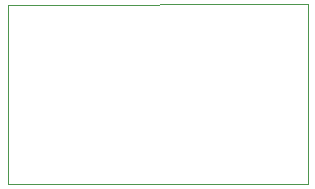
<source format=gko>
G75*
%MOIN*%
%OFA0B0*%
%FSLAX25Y25*%
%IPPOS*%
%LPD*%
%AMOC8*
5,1,8,0,0,1.08239X$1,22.5*
%
%ADD10C,0.00000*%
D10*
X0040000Y0001600D02*
X0040000Y0061561D01*
X0140000Y0061600D01*
X0140000Y0001600D01*
X0040000Y0001600D01*
M02*

</source>
